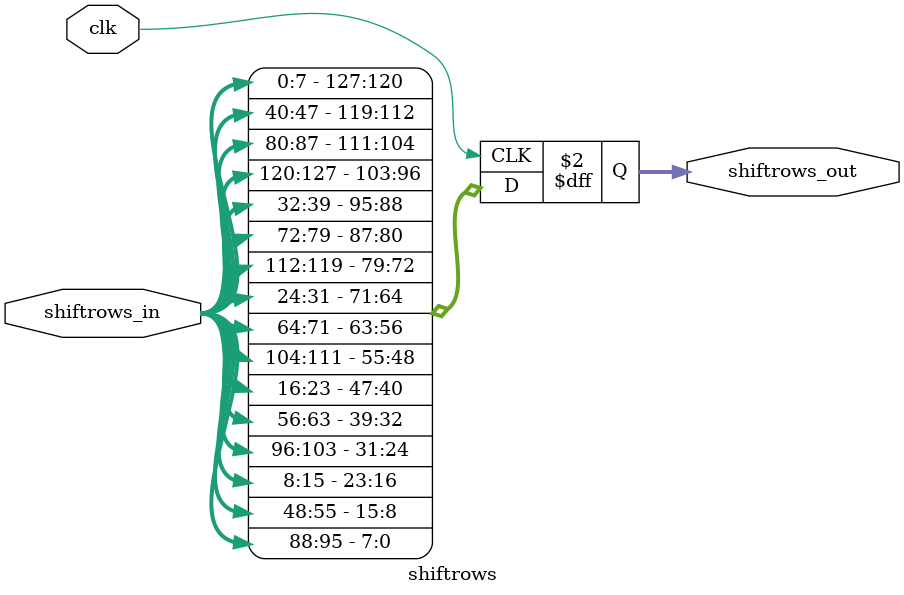
<source format=v>
module shiftrows(clk,shiftrows_in,shiftrows_out);
input clk;
input [0:127]shiftrows_in;
output reg [0:127]shiftrows_out;

always@(posedge clk)
begin
shiftrows_out[120:127]<=shiftrows_in[88:95];
shiftrows_out[112:119]<=shiftrows_in[48:55];
shiftrows_out[104:111]<=shiftrows_in[8:15];
shiftrows_out[96:103]<=shiftrows_in[96:103]; 
shiftrows_out[88:95]<=shiftrows_in[56:63];
shiftrows_out[80:87]<=shiftrows_in[16:23];
shiftrows_out[72:79]<=shiftrows_in[104:111];
shiftrows_out[64:71]<=shiftrows_in[64:71];
shiftrows_out[56:63]<=shiftrows_in[24:31];
shiftrows_out[48:55]<=shiftrows_in[112:119];
shiftrows_out[40:47]<=shiftrows_in[72:79];
shiftrows_out[32:39]<=shiftrows_in[32:39];
shiftrows_out[24:31]<=shiftrows_in[120:127];
shiftrows_out[16:23]<=shiftrows_in[80:87];
shiftrows_out[8:15]<= shiftrows_in[40:47];
shiftrows_out[0:7]<=shiftrows_in[0:7];
end
endmodule

</source>
